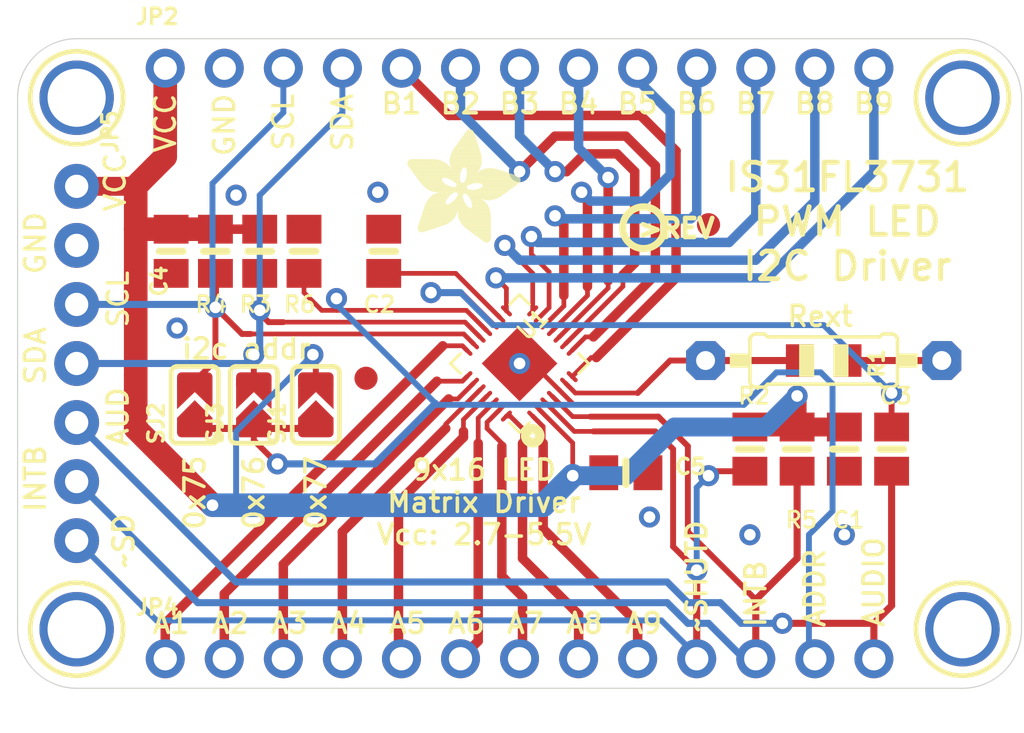
<source format=kicad_pcb>
(kicad_pcb (version 20211014) (generator pcbnew)
  (layers (0 "F.Cu" signal) (31 "B.Cu" signal) (34 "B.Paste" user) (35 "F.Paste" user) (36 "B.SilkS" user "B.Silkscreen") (37 "F.SilkS" user "F.Silkscreen") (38 "B.Mask" user) (39 "F.Mask" user) (44 "Edge.Cuts" user))
  (net 0 "")
  (net 1 "VCC")
  (net 2 "GND")
  (net 3 "N$1")
  (net 4 "N$2")
  (net 5 "N$3")
  (net 6 "AUDIOIN")
  (net 7 "SHUTDOWN")
  (net 8 "SDA")
  (net 9 "SCL")
  (net 10 "INTB")
  (net 11 "ADDR")
  (net 12 "CA9")
  (net 13 "CA8")
  (net 14 "CA7")
  (net 15 "CA6")
  (net 16 "CA5")
  (net 17 "CA4")
  (net 18 "CA3")
  (net 19 "CA2")
  (net 20 "CA1")
  (net 21 "CB9")
  (net 22 "CB8")
  (net 23 "CB7")
  (net 24 "CB6")
  (net 25 "CB5")
  (net 26 "CB4")
  (net 27 "CB3")
  (net 28 "CB2")
  (net 29 "CB1")
  (footprint "Adafruit IS31FL3731 Breakout:0805-NO" (layer "F.Cu") (at 135.4201 100.1776 90)
    (fp_text reference "R4" (at -2.286 0.5715) (layer "F.SilkS") (effects (font (size 0.692831 0.692831) (thickness 0.119969)) (justify right)))
    (fp_text value "20K")
    (pad "1" smd rect (at -0.95 0 90) (size 1.24 1.5) (layers "F.Cu" "F.Paste" "F.Mask") (net 9 "SCL"))
    (pad "2" smd rect (at 0.95 0 90) (size 1.24 1.5) (layers "F.Cu" "F.Paste" "F.Mask") (net 1 "VCC"))
  )
  (footprint "Adafruit IS31FL3731 Breakout:MOUNTINGHOLE_2.5_PLATED" (layer "F.Cu") (at 167.5511 116.4336 180)
    (fp_text reference "U$4" hide)
    (fp_text value "MOUNTINGHOLE2.5" hide)
    (pad "P$1" thru_hole circle (at 0 0 180) (size 3.2 3.2) (drill 2.5) (layers *.Cu *.Mask))
  )
  (footprint "Adafruit IS31FL3731 Breakout:0805-NO" (layer "F.Cu") (at 137.3251 100.1776 90)
    (fp_text reference "R3" (at -2.286 0.5715) (layer "F.SilkS") (effects (font (size 0.692831 0.692831) (thickness 0.119969)) (justify right)))
    (fp_text value "20K")
    (pad "1" smd rect (at -0.95 0 90) (size 1.24 1.5) (layers "F.Cu" "F.Paste" "F.Mask") (net 8 "SDA"))
    (pad "2" smd rect (at 0.95 0 90) (size 1.24 1.5) (layers "F.Cu" "F.Paste" "F.Mask") (net 1 "VCC"))
  )
  (footprint "Adafruit IS31FL3731 Breakout:0805-NO" (layer "F.Cu") (at 160.4391 108.6866 90)
    (fp_text reference "R5" (at -3.048 -0.5715) (layer "F.SilkS") (effects (font (size 0.692831 0.692831) (thickness 0.119969)) (justify left)))
    (fp_text value "20K")
    (pad "1" smd rect (at -0.95 0 90) (size 1.24 1.5) (layers "F.Cu" "F.Paste" "F.Mask") (net 10 "INTB"))
    (pad "2" smd rect (at 0.95 0 90) (size 1.24 1.5) (layers "F.Cu" "F.Paste" "F.Mask") (net 1 "VCC"))
  )
  (footprint "Adafruit IS31FL3731 Breakout:SOLDERJUMPER_ARROW_NOPASTE" (layer "F.Cu") (at 137.0711 106.7816 90)
    (fp_text reference "SJ3" (at -1.778 -1.27 90) (layer "F.SilkS") (effects (font (size 0.666496 0.666496) (thickness 0.146304)) (justify left bottom)))
    (fp_text value "")
    (fp_poly (pts (xy 0.201021 0) (xy -0.560979 0.762) (xy -1.1684 0.762) (xy -1.1684 -0.762) (xy -0.560979 -0.762)) (layer "F.Cu") (width 0) (fill solid))
    (fp_poly (pts (xy 1.1684 0.762) (xy -0.186831 0.762) (xy 0.548892 0) (xy -0.186831 -0.762) (xy 1.1684 -0.762)) (layer "F.Cu") (width 0) (fill solid))
    (pad "1" smd roundrect (at -1.016 0 90) (size 0.762 1.524) (layers "F.Cu") (net 11 "ADDR"))
    (pad "2" smd roundrect (at 1.016 0 90) (size 0.762 1.524) (layers "F.Cu") (net 8 "SDA"))
  )
  (footprint "Adafruit IS31FL3731 Breakout:SOLDERJUMPER_ARROW_NOPASTE" (layer "F.Cu") (at 139.7381 106.7816 90)
    (fp_text reference "SJ1" (at -1.778 -1.27 90) (layer "F.SilkS") (effects (font (size 0.666496 0.666496) (thickness 0.146304)) (justify left bottom)))
    (fp_text value "")
    (fp_poly (pts (xy 0.201021 0) (xy -0.560979 0.762) (xy -1.1684 0.762) (xy -1.1684 -0.762) (xy -0.560979 -0.762)) (layer "F.Cu") (width 0) (fill solid))
    (fp_poly (pts (xy 1.1684 0.762) (xy -0.186831 0.762) (xy 0.548892 0) (xy -0.186831 -0.762) (xy 1.1684 -0.762)) (layer "F.Cu") (width 0) (fill solid))
    (pad "1" smd roundrect (at -1.016 0 90) (size 0.762 1.524) (layers "F.Cu") (net 11 "ADDR"))
    (pad "2" smd roundrect (at 1.016 0 90) (size 0.762 1.524) (layers "F.Cu") (net 1 "VCC"))
  )
  (footprint "Adafruit IS31FL3731 Breakout:FIDUCIAL_1MM" (layer "F.Cu") (at 141.8971 105.6386 180)
    (fp_text reference "FID2" hide)
    (fp_text value "FIDUCIAL\"\"" hide)
    (pad "1" smd roundrect (at 0 0 180) (size 1 1) (layers "F.Cu" "F.Mask") (roundrect_rratio 0.5))
  )
  (footprint "Adafruit IS31FL3731 Breakout:FIDUCIAL_1MM" (layer "F.Cu") (at 156.6291 99.0346 180)
    (fp_text reference "FID1" hide)
    (fp_text value "FIDUCIAL\"\"" hide)
    (pad "1" smd roundrect (at 0 0 180) (size 1 1) (layers "F.Cu" "F.Mask") (roundrect_rratio 0.5))
  )
  (footprint "Adafruit IS31FL3731 Breakout:MOUNTINGHOLE_2.5_PLATED" (layer "F.Cu") (at 129.4511 116.4336 180)
    (fp_text reference "U$3" hide)
    (fp_text value "MOUNTINGHOLE2.5" hide)
    (pad "P$1" thru_hole circle (at 0 0 180) (size 3.2 3.2) (drill 2.5) (layers *.Cu *.Mask))
  )
  (footprint "Adafruit IS31FL3731 Breakout:1X13_ROUND_70" (layer "F.Cu") (at 148.5011 117.7036)
    (fp_text reference "JP4" (at -16.5862 -1.8288) (layer "F.SilkS") (effects (font (size 0.666496 0.666496) (thickness 0.146304)) (justify left bottom)))
    (fp_text value "")
    (pad "1" thru_hole circle (at -15.24 0 90) (size 1.6764 1.6764) (drill 1) (layers *.Cu *.Mask) (net 20 "CA1"))
    (pad "2" thru_hole circle (at -12.7 0 90) (size 1.6764 1.6764) (drill 1) (layers *.Cu *.Mask) (net 19 "CA2"))
    (pad "3" thru_hole circle (at -10.16 0 90) (size 1.6764 1.6764) (drill 1) (layers *.Cu *.Mask) (net 18 "CA3"))
    (pad "4" thru_hole circle (at -7.62 0 90) (size 1.6764 1.6764) (drill 1) (layers *.Cu *.Mask) (net 17 "CA4"))
    (pad "5" thru_hole circle (at -5.08 0 90) (size 1.6764 1.6764) (drill 1) (layers *.Cu *.Mask) (net 16 "CA5"))
    (pad "6" thru_hole circle (at -2.54 0 90) (size 1.6764 1.6764) (drill 1) (layers *.Cu *.Mask) (net 15 "CA6"))
    (pad "7" thru_hole circle (at 0 0 90) (size 1.6764 1.6764) (drill 1) (layers *.Cu *.Mask) (net 14 "CA7"))
    (pad "8" thru_hole circle (at 2.54 0 90) (size 1.6764 1.6764) (drill 1) (layers *.Cu *.Mask) (net 13 "CA8"))
    (pad "9" thru_hole circle (at 5.08 0 90) (size 1.6764 1.6764) (drill 1) (layers *.Cu *.Mask) (net 12 "CA9"))
    (pad "10" thru_hole circle (at 7.62 0 90) (size 1.6764 1.6764) (drill 1) (layers *.Cu *.Mask) (net 7 "SHUTDOWN"))
    (pad "11" thru_hole circle (at 10.16 0 90) (size 1.6764 1.6764) (drill 1) (layers *.Cu *.Mask) (net 10 "INTB"))
    (pad "12" thru_hole circle (at 12.7 0 90) (size 1.6764 1.6764) (drill 1) (layers *.Cu *.Mask) (net 11 "ADDR"))
    (pad "13" thru_hole circle (at 15.24 0 90) (size 1.6764 1.6764) (drill 1) (layers *.Cu *.Mask) (net 6 "AUDIOIN"))
  )
  (footprint "Adafruit IS31FL3731 Breakout:1X07_ROUND_76" (layer "F.Cu") (at 129.4511 105.0036 -90)
    (fp_text reference "JP5" (at -8.9662 -1.8288 -90) (layer "F.SilkS") (effects (font (size 0.666496 0.666496) (thickness 0.146304)) (justify left bottom)))
    (fp_text value "")
    (pad "1" thru_hole circle (at -7.62 0) (size 1.9304 1.9304) (drill 1) (layers *.Cu *.Mask) (net 1 "VCC"))
    (pad "2" thru_hole circle (at -5.08 0) (size 1.9304 1.9304) (drill 1) (layers *.Cu *.Mask) (net 2 "GND"))
    (pad "3" thru_hole circle (at -2.54 0) (size 1.9304 1.9304) (drill 1) (layers *.Cu *.Mask) (net 9 "SCL"))
    (pad "4" thru_hole circle (at 0 0) (size 1.9304 1.9304) (drill 1) (layers *.Cu *.Mask) (net 8 "SDA"))
    (pad "5" thru_hole circle (at 2.54 0) (size 1.9304 1.9304) (drill 1) (layers *.Cu *.Mask) (net 6 "AUDIOIN"))
    (pad "6" thru_hole circle (at 5.08 0) (size 1.9304 1.9304) (drill 1) (layers *.Cu *.Mask) (net 10 "INTB"))
    (pad "7" thru_hole circle (at 7.62 0) (size 1.9304 1.9304) (drill 1) (layers *.Cu *.Mask) (net 7 "SHUTDOWN"))
  )
  (footprint "Adafruit IS31FL3731 Breakout:0805-NO" (layer "F.Cu") (at 142.6591 100.1776 90)
    (fp_text reference "C2" (at -2.286 0.5715) (layer "F.SilkS") (effects (font (size 0.692831 0.692831) (thickness 0.119969)) (justify right)))
    (fp_text value "0.1uF")
    (pad "1" smd rect (at -0.95 0 90) (size 1.24 1.5) (layers "F.Cu" "F.Paste" "F.Mask") (net 3 "N$1"))
    (pad "2" smd rect (at 0.95 0 90) (size 1.24 1.5) (layers "F.Cu" "F.Paste" "F.Mask") (net 2 "GND"))
  )
  (footprint "Adafruit IS31FL3731 Breakout:ADAFRUIT_5MM" (layer "F.Cu") (at 143.6751 99.7966)
    (fp_text reference "U$10" hide)
    (fp_text value "" hide)
  )
  (footprint "Adafruit IS31FL3731 Breakout:0805-THM" (layer "F.Cu") (at 161.5821 104.8766 180)
    (fp_text reference "R1" (at -2.286 0.5715 90) (layer "F.SilkS") (effects (font (size 0.60706 0.60706) (thickness 0.20574)) (justify right)))
    (fp_text value "20K")
    (fp_line (start 1 0) (end 5.1 0) (layer "F.Cu") (width 0.3048))
    (fp_line (start -4.5 0) (end -1.1 0) (layer "F.Cu") (width 0.3048))
    (fp_poly (pts (xy 0.4254 0.7) (xy 1.6254 0.7) (xy 1.6254 -0.7) (xy 0.4254 -0.7)) (layer "F.Cu") (width 0) (fill solid))
    (fp_poly (pts (xy -1.6254 0.7) (xy -0.4254 0.7) (xy -0.4254 -0.7) (xy -1.6254 -0.7)) (layer "F.Cu") (width 0) (fill solid))
    (pad "1" thru_hole roundrect (at -5.08 0 180) (size 1.6764 1.6764) (drill 0.8128) (layers *.Cu *.Mask) (chamfer_ratio 0.25) (chamfer top_left top_right bottom_left bottom_right) (net 2 "GND"))
    (pad "2" thru_hole roundrect (at 5.08 0 180) (size 1.6764 1.6764) (drill 0.8128) (layers *.Cu *.Mask) (chamfer_ratio 0.25) (chamfer top_left top_right bottom_left bottom_right) (net 4 "N$2"))
  )
  (footprint "Adafruit IS31FL3731 Breakout:0805-NO" (layer "F.Cu") (at 162.4711 108.6866 -90)
    (fp_text reference "C1" (at 3.048 0.5715) (layer "F.SilkS") (effects (font (size 0.692831 0.692831) (thickness 0.119969)) (justify left)))
    (fp_text value "10uF")
    (pad "1" smd rect (at -0.95 0 270) (size 1.24 1.5) (layers "F.Cu" "F.Paste" "F.Mask") (net 1 "VCC"))
    (pad "2" smd rect (at 0.95 0 270) (size 1.24 1.5) (layers "F.Cu" "F.Paste" "F.Mask") (net 2 "GND"))
  )
  (footprint "Adafruit IS31FL3731 Breakout:0805-NO" (layer "F.Cu") (at 158.4071 108.6866 -90)
    (fp_text reference "R2" (at -2.286 0.5715) (layer "F.SilkS") (effects (font (size 0.692831 0.692831) (thickness 0.119969)) (justify left)))
    (fp_text value "20K")
    (pad "1" smd rect (at -0.95 0 270) (size 1.24 1.5) (layers "F.Cu" "F.Paste" "F.Mask") (net 1 "VCC"))
    (pad "2" smd rect (at 0.95 0 270) (size 1.24 1.5) (layers "F.Cu" "F.Paste" "F.Mask") (net 7 "SHUTDOWN"))
  )
  (footprint "Adafruit IS31FL3731 Breakout:0805-NO" (layer "F.Cu") (at 153.0731 109.7026)
    (fp_text reference "C5" (at 2.032 0.127) (layer "F.SilkS") (effects (font (size 0.666496 0.666496) (thickness 0.146304)) (justify left bottom)))
    (fp_text value "0.1uF")
    (pad "1" smd rect (at -0.95 0) (size 1.24 1.5) (layers "F.Cu" "F.Paste" "F.Mask") (net 1 "VCC"))
    (pad "2" smd rect (at 0.95 0) (size 1.24 1.5) (layers "F.Cu" "F.Paste" "F.Mask") (net 2 "GND"))
  )
  (footprint "Adafruit IS31FL3731 Breakout:QFN28_4MM_0.4MM" (layer "F.Cu") (at 148.5011 105.0036 135)
    (fp_text reference "U1" (at 0.782239 0.818345 -135) (layer "F.SilkS") (effects (font (size 0.692831 0.692831) (thickness 0.119969)) (justify left)))
    (fp_text value "IS31FL3731-SALS2")
    (pad "1" smd roundrect (at -2 -1.2 225) (size 0.18 0.6) (layers "F.Cu" "F.Paste" "F.Mask") (roundrect_rratio 0.5) (net 12 "CA9"))
    (pad "2" smd roundrect (at -2 -0.8 225) (size 0.18 0.6) (layers "F.Cu" "F.Paste" "F.Mask") (roundrect_rratio 0.5) (net 1 "VCC"))
    (pad "3" smd roundrect (at -2 -0.4 225) (size 0.18 0.6) (layers "F.Cu" "F.Paste" "F.Mask") (roundrect_rratio 0.5) (net 7 "SHUTDOWN"))
    (pad "4" smd roundrect (at -2 0 225) (size 0.18 0.6) (layers "F.Cu" "F.Paste" "F.Mask") (roundrect_rratio 0.5) (net 10 "INTB"))
    (pad "5" smd roundrect (at -2 0.4 225) (size 0.18 0.6) (layers "F.Cu" "F.Paste" "F.Mask") (roundrect_rratio 0.5) (net 2 "GND"))
    (pad "6" smd roundrect (at -2 0.8 225) (size 0.18 0.6) (layers "F.Cu" "F.Paste" "F.Mask") (roundrect_rratio 0.5) (net 4 "N$2"))
    (pad "7" smd roundrect (at -2 1.2 225) (size 0.18 0.6) (layers "F.Cu" "F.Paste" "F.Mask") (roundrect_rratio 0.5) (net 29 "CB1"))
    (pad "8" smd roundrect (at -1.2 2 315) (size 0.18 0.6) (layers "F.Cu" "F.Paste" "F.Mask") (roundrect_rratio 0.5) (net 28 "CB2"))
    (pad "9" smd roundrect (at -0.8 2 315) (size 0.18 0.6) (layers "F.Cu" "F.Paste" "F.Mask") (roundrect_rratio 0.5) (net 27 "CB3"))
    (pad "10" smd roundrect (at -0.4 2 315) (size 0.18 0.6) (layers "F.Cu" "F.Paste" "F.Mask") (roundrect_rratio 0.5) (net 26 "CB4"))
    (pad "11" smd roundrect (at 0 2 315) (size 0.18 0.6) (layers "F.Cu" "F.Paste" "F.Mask") (roundrect_rratio 0.5) (net 25 "CB5"))
    (pad "12" smd roundrect (at 0.4 2 315) (size 0.18 0.6) (layers "F.Cu" "F.Paste" "F.Mask") (roundrect_rratio 0.5) (net 24 "CB6"))
    (pad "13" smd roundrect (at 0.8 2 315) (size 0.18 0.6) (layers "F.Cu" "F.Paste" "F.Mask") (roundrect_rratio 0.5) (net 23 "CB7"))
    (pad "14" smd roundrect (at 1.2 2 315) (size 0.18 0.6) (layers "F.Cu" "F.Paste" "F.Mask") (roundrect_rratio 0.5) (net 22 "CB8"))
    (pad "15" smd roundrect (at 2 1.2 45) (size 0.18 0.6) (layers "F.Cu" "F.Paste" "F.Mask") (roundrect_rratio 0.5) (net 21 "CB9"))
    (pad "16" smd roundrect (at 2 0.8 45) (size 0.18 0.6) (layers "F.Cu" "F.Paste" "F.Mask") (roundrect_rratio 0.5) (net 3 "N$1"))
    (pad "17" smd roundrect (at 2 0.4 45) (size 0.18 0.6) (layers "F.Cu" "F.Paste" "F.Mask") (roundrect_rratio 0.5) (net 5 "N$3"))
    (pad "18" smd roundrect (at 2 0 45) (size 0.18 0.6) (layers "F.Cu" "F.Paste" "F.Mask") (roundrect_rratio 0.5) (net 11 "ADDR"))
    (pad "19" smd roundrect (at 2 -0.4 45) (size 0.18 0.6) (layers "F.Cu" "F.Paste" "F.Mask") (roundrect_rratio 0.5) (net 8 "SDA"))
    (pad "20" smd roundrect (at 2 -0.8 45) (size 0.18 0.6) (layers "F.Cu" "F.Paste" "F.Mask") (roundrect_rratio 0.5) (net 9 "SCL"))
    (pad "21" smd roundrect (at 2 -1.2 45) (size 0.18 0.6) (layers "F.Cu" "F.Paste" "F.Mask") (roundrect_rratio 0.5) (net 20 "CA1"))
    (pad "22" smd roundrect (at 1.2 -2 135) (size 0.18 0.6) (layers "F.Cu" "F.Paste" "F.Mask") (roundrect_rratio 0.5) (net 19 "CA2"))
    (pad "23" smd roundrect (at 0.8 -2 135) (size 0.18 0.6) (layers "F.Cu" "F.Paste" "F.Mask") (roundrect_rratio 0.5) (net 18 "CA3"))
    (pad "24" smd roundrect (at 0.4 -2 135) (size 0.18 0.6) (layers "F.Cu" "F.Paste" "F.Mask") (roundrect_rratio 0.5) (net 17 "CA4"))
    (pad "25" smd roundrect (at 0 -2 135) (size 0.18 0.6) (layers "F.Cu" "F.Paste" "F.Mask") (roundrect_rratio 0.5) (net 16 "CA5"))
    (pad "26" smd roundrect (at -0.4 -2 135) (size 0.18 0.6) (layers "F.Cu" "F.Paste" "F.Mask") (roundrect_rratio 0.5) (net 15 "CA6"))
    (pad "27" smd roundrect (at -0.8 -2 135) (size 0.18 0.6) (layers "F.Cu" "F.Paste" "F.Mask") (roundrect_rratio 0.5) (net 14 "CA7"))
    (pad "28" smd roundrect (at -1.2 -2 135) (size 0.18 0.6) (layers "F.Cu" "F.Paste" "F.Mask") (roundrect_rratio 0.5) (net 13 "CA8"))
    (pad "THERMAL" smd rect (at 0 0 135) (size 2.3 2.3) (layers "F.Cu" "F.Mask") (net 2 "GND"))
  )
  (footprint "Adafruit IS31FL3731 Breakout:MOUNTINGHOLE_2.5_PLATED" (layer "F.Cu") (at 129.4511 93.5736 180)
    (fp_text reference "U$5" hide)
    (fp_text value "MOUNTINGHOLE2.5" hide)
    (pad "P$1" thru_hole circle (at 0 0 180) (size 3.2 3.2) (drill 2.5) (layers *.Cu *.Mask))
  )
  (footprint "Adafruit IS31FL3731 Breakout:0805-NO" (layer "F.Cu") (at 164.5031 108.6866 -90)
    (fp_text reference "C3" (at -2.286 0.5715) (layer "F.SilkS") (effects (font (size 0.692831 0.692831) (thickness 0.119969)) (justify left)))
    (fp_text value "0.22uF")
    (pad "1" smd rect (at -0.95 0 270) (size 1.24 1.5) (layers "F.Cu" "F.Paste" "F.Mask") (net 5 "N$3"))
    (pad "2" smd rect (at 0.95 0 270) (size 1.24 1.5) (layers "F.Cu" "F.Paste" "F.Mask") (net 6 "AUDIOIN"))
  )
  (footprint "Adafruit IS31FL3731 Breakout:MOUNTINGHOLE_2.5_PLATED" (layer "F.Cu") (at 167.5511 93.5736 180)
    (fp_text reference "U$6" hide)
    (fp_text value "MOUNTINGHOLE2.5" hide)
    (pad "P$1" thru_hole circle (at 0 0 180) (size 3.2 3.2) (drill 2.5) (layers *.Cu *.Mask))
  )
  (footprint "Adafruit IS31FL3731 Breakout:1X13_ROUND_70" (layer "F.Cu") (at 148.5011 92.3036)
    (fp_text reference "JP2" (at -16.5862 -1.8288) (layer "F.SilkS") (effects (font (size 0.666496 0.666496) (thickness 0.146304)) (justify left bottom)))
    (fp_text value "")
    (pad "1" thru_hole circle (at -15.24 0 90) (size 1.6764 1.6764) (drill 1) (layers *.Cu *.Mask) (net 1 "VCC"))
    (pad "2" thru_hole circle (at -12.7 0 90) (size 1.6764 1.6764) (drill 1) (layers *.Cu *.Mask) (net 2 "GND"))
    (pad "3" thru_hole circle (at -10.16 0 90) (size 1.6764 1.6764) (drill 1) (layers *.Cu *.Mask) (net 9 "SCL"))
    (pad "4" thru_hole circle (at -7.62 0 90) (size 1.6764 1.6764) (drill 1) (layers *.Cu *.Mask) (net 8 "SDA"))
    (pad "5" thru_hole circle (at -5.08 0 90) (size 1.6764 1.6764) (drill 1) (layers *.Cu *.Mask) (net 29 "CB1"))
    (pad "6" thru_hole circle (at -2.54 0 90) (size 1.6764 1.6764) (drill 1) (layers *.Cu *.Mask) (net 28 "CB2"))
    (pad "7" thru_hole circle (at 0 0 90) (size 1.6764 1.6764) (drill 1) (layers *.Cu *.Mask) (net 27 "CB3"))
    (pad "8" thru_hole circle (at 2.54 0 90) (size 1.6764 1.6764) (drill 1) (layers *.Cu *.Mask) (net 26 "CB4"))
    (pad "9" thru_hole circle (at 5.08 0 90) (size 1.6764 1.6764) (drill 1) (layers *.Cu *.Mask) (net 25 "CB5"))
    (pad "10" thru_hole circle (at 7.62 0 90) (size 1.6764 1.6764) (drill 1) (layers *.Cu *.Mask) (net 24 "CB6"))
    (pad "11" thru_hole circle (at 10.16 0 90) (size 1.6764 1.6764) (drill 1) (layers *.Cu *.Mask) (net 23 "CB7"))
    (pad "12" thru_hole circle (at 12.7 0 90) (size 1.6764 1.6764) (drill 1) (layers *.Cu *.Mask) (net 22 "CB8"))
    (pad "13" thru_hole circle (at 15.24 0 90) (size 1.6764 1.6764) (drill 1) (layers *.Cu *.Mask) (net 21 "CB9"))
  )
  (footprint "Adafruit IS31FL3731 Breakout:0805-NO" (layer "F.Cu") (at 139.2301 100.1776 -90)
    (fp_text reference "R6" (at 2.286 -0.5715) (layer "F.SilkS") (effects (font (size 0.692831 0.692831) (thickness 0.119969)) (justify right)))
    (fp_text value "20K")
    (pad "1" smd rect (at -0.95 0 270) (size 1.24 1.5) (layers "F.Cu" "F.Paste" "F.Mask") (net 2 "GND"))
    (pad "2" smd rect (at 0.95 0 270) (size 1.24 1.5) (layers "F.Cu" "F.Paste" "F.Mask") (net 11 "ADDR"))
  )
  (footprint "Adafruit IS31FL3731 Breakout:0805-NO" (layer "F.Cu") (at 133.5151 100.1776 -90)
    (fp_text reference "C4" (at 2.032 0.127 -90) (layer "F.SilkS") (effects (font (size 0.666496 0.666496) (thickness 0.146304)) (justify left bottom)))
    (fp_text value "10uF")
    (pad "1" smd rect (at -0.95 0 270) (size 1.24 1.5) (layers "F.Cu" "F.Paste" "F.Mask") (net 1 "VCC"))
    (pad "2" smd rect (at 0.95 0 270) (size 1.24 1.5) (layers "F.Cu" "F.Paste" "F.Mask") (net 2 "GND"))
  )
  (footprint "Adafruit IS31FL3731 Breakout:SOLDERJUMPER_ARROW_NOPASTE" (layer "F.Cu") (at 134.5311 106.7816 90)
    (fp_text reference "SJ2" (at -1.778 -1.27 90) (layer "F.SilkS") (effects (font (size 0.666496 0.666496) (thickness 0.146304)) (justify left bottom)))
    (fp_text value "")
    (fp_poly (pts (xy 1.1684 0.762) (xy -0.186831 0.762) (xy 0.548892 0) (xy -0.186831 -0.762) (xy 1.1684 -0.762)) (layer "F.Cu") (width 0) (fill solid))
    (fp_poly (pts (xy 0.201021 0) (xy -0.560979 0.762) (xy -1.1684 0.762) (xy -1.1684 -0.762) (xy -0.560979 -0.762)) (layer "F.Cu") (width 0) (fill solid))
    (pad "1" smd roundrect (at -1.016 0 90) (size 0.762 1.524) (layers "F.Cu") (net 11 "ADDR"))
    (pad "2" smd roundrect (at 1.016 0 90) (size 0.762 1.524) (layers "F.Cu") (net 9 "SCL"))
  )
  (footprint "Adafruit IS31FL3731 Breakout:PCBFEAT-REV-040" (layer "F.Cu") (at 153.8351 99.1616)
    (fp_text reference "U$11" hide)
    (fp_text value "" hide)
    (fp_text user ">REV" (at -0.3556 0.508) (layer "F.SilkS") (effects (font (size 0.8128 0.8128) (thickness 0.2032)) (justify left bottom)))
  )
  (gr_arc (start 126.9111 93.5736) (mid 127.655049 91.777549) (end 129.4511 91.0336) (layer "Edge.Cuts") (width 0.05))
  (gr_line (start 126.9111 116.4336) (end 126.9111 93.5736) (layer "Edge.Cuts") (width 0.05))
  (gr_line (start 167.5511 118.9736) (end 129.4511 118.9736) (layer "Edge.Cuts") (width 0.05))
  (gr_arc (start 167.5511 91.0336) (mid 169.347151 91.777549) (end 170.0911 93.5736) (layer "Edge.Cuts") (width 0.05))
  (gr_line (start 170.0911 93.5736) (end 170.0911 116.4336) (layer "Edge.Cuts") (width 0.05))
  (gr_arc (start 170.0911 116.4336) (mid 169.347151 118.229651) (end 167.5511 118.9736) (layer "Edge.Cuts") (width 0.05))
  (gr_arc (start 129.4511 118.9736) (mid 127.655049 118.229651) (end 126.9111 116.4336) (layer "Edge.Cuts") (width 0.05))
  (gr_line (start 129.4511 91.0336) (end 167.5511 91.0336) (layer "Edge.Cuts") (width 0.05))
  (gr_text "A4" (at 141.1351 116.1796) (layer "F.SilkS") (effects (font (size 0.8636 0.8636) (thickness 0.1524))))
  (gr_text "VCC" (at 130.5941 95.8596 90) (layer "F.SilkS") (effects (font (size 0.87376 0.87376) (thickness 0.14224)) (justify right top)))
  (gr_text "A7" (at 148.7551 116.1796) (layer "F.SilkS") (effects (font (size 0.8636 0.8636) (thickness 0.1524))))
  (gr_text "GND" (at 135.2931 93.3196 90) (layer "F.SilkS") (effects (font (size 0.87376 0.87376) (thickness 0.14224)) (justify right top)))
  (gr_text "B1" (at 143.4211 93.8276) (layer "F.SilkS") (effects (font (size 0.8636 0.8636) (thickness 0.1524))))
  (gr_text "B7" (at 158.6611 93.8276) (layer "F.SilkS") (effects (font (size 0.8636 0.8636) (thickness 0.1524))))
  (gr_text "9x16 LED\nMatrix Driver\nVcc: 2.7-5.5V" (at 146.9771 110.9726) (layer "F.SilkS") (effects (font (size 0.8636 0.8636) (thickness 0.1524))))
  (gr_text "A2" (at 136.0551 116.1796) (layer "F.SilkS") (effects (font (size 0.8636 0.8636) (thickness 0.1524))))
  (gr_text "~SHUTD" (at 156.1211 114.1476 90) (layer "F.SilkS") (effects (font (size 0.8636 0.8636) (thickness 0.1524))))
  (gr_text "A3" (at 138.5951 116.1796) (layer "F.SilkS") (effects (font (size 0.8636 0.8636) (thickness 0.1524))))
  (gr_text "GND" (at 127.1651 98.3996 90) (layer "F.SilkS") (effects (font (size 0.87376 0.87376) (thickness 0.14224)) (justify right top)))
  (gr_text "B4" (at 151.0411 93.8276) (layer "F.SilkS") (effects (font (size 0.8636 0.8636) (thickness 0.1524))))
  (gr_text "AUDIO" (at 163.7411 114.4016 90) (layer "F.SilkS") (effects (font (size 0.8636 0.8636) (thickness 0.1524))))
  (gr_text "i2c addr" (at 133.8961 104.8766) (layer "F.SilkS") (effects (font (size 0.8636 0.8636) (thickness 0.1524)) (justify left bottom)))
  (gr_text "Rext" (at 159.9311 103.4796) (layer "F.SilkS") (effects (font (size 0.8636 0.8636) (thickness 0.1524)) (justify left bottom)))
  (gr_text "A9" (at 153.8351 116.1796) (layer "F.SilkS") (effects (font (size 0.8636 0.8636) (thickness 0.1524))))
  (gr_text "B3" (at 148.5011 93.8276) (layer "F.SilkS") (effects (font (size 0.8636 0.8636) (thickness 0.1524))))
  (gr_text "0x75" (at 135.0391 112.2426 90) (layer "F.SilkS") (effects (font (size 0.8636 0.8636) (thickness 0.1524)) (justify left bottom)))
  (gr_text "AUD" (at 131.2291 107.2896 90) (layer "F.SilkS") (effects (font (size 0.8636 0.8636) (thickness 0.1524))))
  (gr_text "A6" (at 146.2151 116.1796) (layer "F.SilkS") (effects (font (size 0.8636 0.8636) (thickness 0.1524))))
  (gr_text "B2" (at 145.9611 93.8276) (layer "F.SilkS") (effects (font (size 0.8636 0.8636) (thickness 0.1524))))
  (gr_text "B8" (at 161.2011 93.8276) (layer "F.SilkS") (effects (font (size 0.8636 0.8636) (thickness 0.1524))))
  (gr_text "B6" (at 156.1211 93.8276) (layer "F.SilkS") (effects (font (size 0.8636 0.8636) (thickness 0.1524))))
  (gr_text "~SD" (at 131.4831 112.6236 90) (layer "F.SilkS") (effects (font (size 0.8636 0.8636) (thickness 0.1524))))
  (gr_text "VCC" (at 132.7531 93.3196 90) (layer "F.SilkS") (effects (font (size 0.87376 0.87376) (thickness 0.14224)) (justify right top)))
  (gr_text "SCL" (at 130.7211 100.9396 90) (layer "F.SilkS") (effects (font (size 0.87376 0.87376) (thickness 0.14224)) (justify right top)))
  (gr_text "ADDR" (at 161.2011 114.6556 90) (layer "F.SilkS") (effects (font (size 0.8636 0.8636) (thickness 0.1524))))
  (gr_text "INTB" (at 158.6611 114.9096 90) (layer "F.SilkS") (effects (font (size 0.8636 0.8636) (thickness 0.1524))))
  (gr_text "SDA" (at 140.3731 93.3196 90) (layer "F.SilkS") (effects (font (size 0.87376 0.87376) (thickness 0.14224)) (justify right top)))
  (gr_text "0x77" (at 140.2461 112.2426 90) (layer "F.SilkS") (effects (font (size 0.8636 0.8636) (thickness 0.1524)) (justify left bottom)))
  (gr_text "0x76" (at 137.5791 112.2426 90) (layer "F.SilkS") (effects (font (size 0.8636 0.8636) (thickness 0.1524)) (justify left bottom)))
  (gr_text "A5" (at 143.6751 116.1796) (layer "F.SilkS") (effects (font (size 0.8636 0.8636) (thickness 0.1524))))
  (gr_text "A8" (at 151.2951 116.1796) (layer "F.SilkS") (effects (font (size 0.8636 0.8636) (thickness 0.1524))))
  (gr_text "SDA" (at 127.1651 103.3526 90) (layer "F.SilkS") (effects (font (size 0.87376 0.87376) (thickness 0.14224)) (justify right top)))
  (gr_text "INTB" (at 127.6731 109.9566 90) (layer "F.SilkS") (effects (font (size 0.8636 0.8636) (thickness 0.1524))))
  (gr_text "B5" (at 153.5811 93.8276) (layer "F.SilkS") (effects (font (size 0.8636 0.8636) (thickness 0.1524))))
  (gr_text "IS31FL3731\nPWM LED\nI2C Driver" (at 162.5981 98.9076) (layer "F.SilkS") (effects (font (size 1.18745 1.18745) (thickness 0.20955))))
  (gr_text "B9" (at 163.7411 93.8276) (layer "F.SilkS") (effects (font (size 0.8636 0.8636) (thickness 0.1524))))
  (gr_text "A1" (at 133.5151 116.1796) (layer "F.SilkS") (effects (font (size 0.8636 0.8636) (thickness 0.1524))))
  (gr_text "SCL" (at 137.8331 93.3196 90) (layer "F.SilkS") (effects (font (size 0.87376 0.87376) (thickness 0.14224)) (justify right top)))
  (segment (start 149.349628 106.9835) (end 150.7871 108.420972) (width 0.2032) (layer "F.Cu") (net 1))
  (segment (start 151.9961 109.8296) (end 150.7871 109.8296) (width 0.4064) (layer "F.Cu") (net 1))
  (segment (start 129.4511 97.3836) (end 131.8641 97.3836) (width 0.8128) (layer "F.Cu") (net 1))
  (segment (start 139.7381 104.7496) (end 139.6111 104.6226) (width 0.254) (layer "F.Cu") (net 1))
  (segment (start 160.4391 107.7366) (end 158.4071 107.7366) (width 0.8128) (layer "F.Cu") (net 1))
  (segment (start 131.9911 107.7976) (end 131.9911 105.5116) (width 1.016) (layer "F.Cu") (net 1))
  (segment (start 133.5151 99.2276) (end 131.9911 99.2276) (width 1.016) (layer "F.Cu") (net 1))
  (segment (start 152.1231 109.7026) (end 151.9961 109.8296) (width 0.254) (layer "F.Cu") (net 1))
  (segment (start 131.9911 97.5106) (end 131.9911 97.3836) (width 1.016) (layer "F.Cu") (net 1))
  (segment (start 160.4391 106.4006) (end 160.4391 107.7366) (width 0.8128) (layer "F.Cu") (net 1))
  (segment (start 132.2451 105.7656) (end 131.9911 105.5116) (width 0.3048) (layer "F.Cu") (net 1))
  (segment (start 135.4201 99.2276) (end 133.5151 99.2276) (width 1.016) (layer "F.Cu") (net 1))
  (segment (start 131.9911 107.7976) (end 135.2931 111.0996) (width 1.016) (layer "F.Cu") (net 1))
  (segment (start 131.9911 105.5116) (end 131.9911 99.2276) (width 1.016) (layer "F.Cu") (net 1))
  (segment (start 132.2476 97.1931) (end 132.1816 97.1931) (width 0.8128) (layer "F.Cu") (net 1))
  (segment (start 131.9911 97.3836) (end 132.1816 97.1931) (width 1.016) (layer "F.Cu") (net 1))
  (segment (start 132.1816 97.1931) (end 133.2611 96.1136) (width 1.016) (layer "F.Cu") (net 1))
  (segment (start 150.7871 108.420972) (end 150.7871 109.8296) (width 0.2032) (layer "F.Cu") (net 1))
  (segment (start 131.9911 99.2276) (end 131.9911 97.5106) (width 1.016) (layer "F.Cu") (net 1))
  (segment (start 131.8641 97.3836) (end 131.9911 97.5106) (width 0.8128) (layer "F.Cu") (net 1))
  (segment (start 135.4201 99.2276) (end 137.3251 99.2276) (width 0.4064) (layer "F.Cu") (net 1))
  (segment (start 133.2611 96.1136) (end 133.2611 92.3036) (width 1.016) (layer "F.Cu") (net 1))
  (segment (start 162.4711 107.7366) (end 160.4391 107.7366) (width 0.8128) (layer "F.Cu") (net 1))
  (segment (start 139.7381 105.7656) (end 139.7381 104.7496) (width 0.254) (layer "F.Cu") (net 1))
  (via (at 135.2931 111.0996) (size 0.9064) (drill 0.5) (layers "F.Cu" "B.Cu") (net 1))
  (via (at 160.4391 106.4006) (size 0.9064) (drill 0.5) (layers "F.Cu" "B.Cu") (net 1))
  (via (at 139.6111 104.6226) (size 0.9064) (drill 0.5) (layers "F.Cu" "B.Cu") (net 1))
  (via (at 150.7871 109.8296) (size 0.9064) (drill 0.5) (layers "F.Cu" "B.Cu") (net 1))
  (segment (start 153.0731 109.8296) (end 155.1661 107.7366) (width 0.8128) (layer "B.Cu") (net 1))
  (segment (start 135.2931 111.0996) (end 136.3091 111.0996) (width 1.016) (layer "B.Cu") (net 1))
  (segment (start 149.5171 111.0996) (end 150.7871 109.8296) (width 1.016) (layer "B.Cu") (net 1))
  (segment (start 155.1661 107.7366) (end 159.1031 107.7366) (width 0.8128) (layer "B.Cu") (net 1))
  (segment (start 136.3091 107.9246) (end 136.3091 111.0996) (width 0.254) (layer "B.Cu") (net 1))
  (segment (start 139.6111 104.6226) (end 136.3091 107.9246) (width 0.254) (layer "B.Cu") (net 1))
  (segment (start 159.1031 107.7366) (end 160.4391 106.4006) (width 0.8128) (layer "B.Cu") (net 1))
  (segment (start 136.3091 111.0996) (end 149.5171 111.0996) (width 1.016) (layer "B.Cu") (net 1))
  (segment (start 150.7871 109.8296) (end 153.0731 109.8296) (width 0.8128) (layer "B.Cu") (net 1))
  (segment (start 150.844784 106.7816) (end 151.0411 106.7816) (width 0.2032) (layer "F.Cu") (net 2))
  (segment (start 149.066784 105.0036) (end 148.5011 105.0036) (width 0.2032) (layer "F.Cu") (net 2))
  (segment (start 150.198156 106.134972) (end 149.066784 105.0036) (width 0.2032) (layer "F.Cu") (net 2))
  (segment (start 150.198156 106.134972) (end 150.844784 106.7816) (width 0.2032) (layer "F.Cu") (net 2))
  (via (at 148.5011 105.0036) (size 0.9064) (drill 0.5) (layers "F.Cu" "B.Cu") (net 2))
  (via (at 136.3091 97.7646) (size 0.9064) (drill 0.5) (layers "F.Cu" "B.Cu") (net 2))
  (via (at 142.4051 97.6376) (size 0.9064) (drill 0.5) (layers "F.Cu" "B.Cu") (net 2))
  (via (at 133.7691 103.4796) (size 0.9064) (drill 0.5) (layers "F.Cu" "B.Cu") (net 2))
  (via (at 162.4711 112.3696) (size 0.9064) (drill 0.5) (layers "F.Cu" "B.Cu") (net 2))
  (via (at 158.4071 112.3696) (size 0.9064) (drill 0.5) (layers "F.Cu" "B.Cu") (net 2))
  (via (at 154.0891 111.6076) (size 0.9064) (drill 0.5) (layers "F.Cu" "B.Cu") (net 2))
  (segment (start 147.652568 103.023704) (end 145.756465 101.1276) (width 0.2032) (layer "F.Cu") (net 3))
  (segment (start 145.756465 101.1276) (end 142.6591 101.1276) (width 0.2032) (layer "F.Cu") (net 3))
  (segment (start 154.9781 104.8766) (end 156.5021 104.8766) (width 0.254) (layer "F.Cu") (net 4))
  (segment (start 150.480996 105.852132) (end 150.902465 106.2736) (width 0.2032) (layer "F.Cu") (net 4))
  (segment (start 154.9781 104.8766) (end 153.5811 106.2736) (width 0.254) (layer "F.Cu") (net 4))
  (segment (start 153.5811 106.2736) (end 150.902465 106.2736) (width 0.2032) (layer "F.Cu") (net 4))
  (segment (start 164.5031 106.2736) (end 164.5031 107.7366) (width 0.254) (layer "F.Cu") (net 5))
  (segment (start 146.018784 101.9556) (end 147.369728 103.306544) (width 0.2032) (layer "F.Cu") (net 5))
  (segment (start 144.6911 101.9556) (end 146.018784 101.9556) (width 0.2032) (layer "F.Cu") (net 5))
  (via (at 164.5031 106.2736) (size 0.9064) (drill 0.5) (layers "F.Cu" "B.Cu") (net 5))
  (via (at 144.6911 101.9556) (size 0.9064) (drill 0.5) (layers "F.Cu" "B.Cu") (net 5))
  (segment (start 161.5821 103.3526) (end 164.5031 106.2736) (width 0.254) (layer "B.Cu") (net 5))
  (segment (start 147.3581 103.3526) (end 161.5821 103.3526) (width 0.254) (layer "B.Cu") (net 5))
  (segment (start 145.9611 101.9556) (end 144.6911 101.9556) (width 0.3048) (layer "B.Cu") (net 5))
  (segment (start 145.9611 101.9556) (end 147.3581 103.3526) (width 0.254) (layer "B.Cu") (net 5))
  (segment (start 164.5031 115.4176) (end 164.5031 109.6366) (width 0.3048) (layer "F.Cu") (net 6))
  (segment (start 163.7411 116.1796) (end 163.7411 117.7036) (width 0.3048) (layer "F.Cu") (net 6))
  (segment (start 159.8041 116.1796) (end 163.7411 116.1796) (width 0.3048) (layer "F.Cu") (net 6))
  (segment (start 163.7411 116.1796) (end 164.5031 115.4176) (width 0.3048) (layer "F.Cu") (net 6))
  (via (at 159.8041 116.1796) (size 0.9064) (drill 0.5) (layers "F.Cu" "B.Cu") (net 6))
  (segment (start 157.1371 115.2906) (end 158.0261 116.1796) (width 0.3048) (layer "B.Cu") (net 6))
  (segment (start 158.0261 116.1796) (end 159.8041 116.1796) (width 0.3048) (layer "B.Cu") (net 6))
  (segment (start 155.7401 115.2906) (end 157.1371 115.2906) (width 0.3048) (layer "B.Cu") (net 6))
  (segment (start 154.8511 114.4016) (end 155.7401 115.2906) (width 0.3048) (layer "B.Cu") (net 6))
  (segment (start 136.3091 114.4016) (end 154.8511 114.4016) (width 0.3048) (layer "B.Cu") (net 6))
  (segment (start 129.4511 107.5436) (end 136.3091 114.4016) (width 0.3048) (layer "B.Cu") (net 6))
  (segment (start 155.1051 112.8776) (end 156.1211 113.8936) (width 0.254) (layer "F.Cu") (net 7))
  (segment (start 154.3431 107.9246) (end 155.1051 108.6866) (width 0.254) (layer "F.Cu") (net 7))
  (segment (start 150.856409 107.9246) (end 151.6761 107.9246) (width 0.2032) (layer "F.Cu") (net 7))
  (segment (start 158.4071 109.6366) (end 156.8221 109.6366) (width 0.254) (layer "F.Cu") (net 7))
  (segment (start 155.1051 108.6866) (end 155.1051 112.8776) (width 0.254) (layer "F.Cu") (net 7))
  (segment (start 151.6761 107.9246) (end 154.3431 107.9246) (width 0.254) (layer "F.Cu") (net 7))
  (segment (start 156.1211 117.7036) (end 156.1211 113.8936) (width 0.3048) (layer "F.Cu") (net 7))
  (segment (start 156.8221 109.6366) (end 156.6291 109.8296) (width 0.254) (layer "F.Cu") (net 7))
  (segment (start 149.632468 106.70066) (end 150.856409 107.9246) (width 0.2032) (layer "F.Cu") (net 7))
  (via (at 156.6291 109.8296) (size 0.9064) (drill 0.5) (layers "F.Cu" "B.Cu") (net 7))
  (via (at 156.1211 113.8936) (size 0.9064) (drill 0.5) (layers "F.Cu" "B.Cu") (net 7))
  (segment (start 154.5971 116.0526) (end 156.1211 117.5766) (width 0.254) (layer "B.Cu") (net 7))
  (segment (start 132.8801 116.0526) (end 154.5971 116.0526) (width 0.254) (layer "B.Cu") (net 7))
  (segment (start 156.6291 109.8296) (end 156.1211 110.3376) (width 0.254) (layer "B.Cu") (net 7))
  (segment (start 156.1211 110.3376) (end 156.1211 113.8936) (width 0.254) (layer "B.Cu") (net 7))
  (segment (start 156.1211 117.5766) (end 156.1211 117.7036) (width 0.254) (layer "B.Cu") (net 7))
  (segment (start 129.4511 112.6236) (end 132.8801 116.0526) (width 0.254) (layer "B.Cu") (net 7))
  (segment (start 146.80404 103.872232) (end 146.157409 103.2256) (width 0.2032) (layer "F.Cu") (net 8))
  (segment (start 137.3251 102.8446) (end 137.3251 102.7176) (width 0.254) (layer "F.Cu") (net 8))
  (segment (start 138.3411 103.2256) (end 137.7061 103.2256) (width 0.254) (layer "F.Cu") (net 8))
  (segment (start 137.0711 105.7656) (end 137.0711 104.6226) (width 0.254) (layer "F.Cu") (net 8))
  (segment (start 146.157409 103.2256) (end 138.3411 103.2256) (width 0.2032) (layer "F.Cu") (net 8))
  (segment (start 137.7061 103.2256) (end 137.3251 102.8446) (width 0.254) (layer "F.Cu") (net 8))
  (segment (start 137.3251 101.1276) (end 137.3251 102.7176) (width 0.254) (layer "F.Cu") (net 8))
  (via (at 137.3251 102.7176) (size 0.9064) (drill 0.5) (layers "F.Cu" "B.Cu") (net 8))
  (via (at 137.0711 104.6226) (size 0.9064) (drill 0.5) (layers "F.Cu" "B.Cu") (net 8))
  (segment (start 140.8811 92.3036) (end 140.8811 94.2086) (width 0.254) (layer "B.Cu") (net 8))
  (segment (start 140.8811 94.2086) (end 137.3251 97.7646) (width 0.254) (layer "B.Cu") (net 8))
  (segment (start 129.4511 105.0036) (end 136.6901 105.0036) (width 0.3048) (layer "B.Cu") (net 8))
  (segment (start 137.3251 97.7646) (end 137.3251 102.7176) (width 0.254) (layer "B.Cu") (net 8))
  (segment (start 137.3251 104.3686) (end 137.3251 102.7176) (width 0.3048) (layer "B.Cu") (net 8))
  (segment (start 137.0711 104.6226) (end 137.3251 104.3686) (width 0.3048) (layer "B.Cu") (net 8))
  (segment (start 136.6901 105.0036) (end 137.0711 104.6226) (width 0.3048) (layer "B.Cu") (net 8))
  (segment (start 146.099728 103.7336) (end 136.8171 103.7336) (width 0.2032) (layer "F.Cu") (net 9))
  (segment (start 135.4201 104.8766) (end 135.4201 102.5906) (width 0.254) (layer "F.Cu") (net 9))
  (segment (start 136.8171 103.7336) (end 136.5631 103.7336) (width 0.254) (layer "F.Cu") (net 9))
  (segment (start 146.5212 104.155072) (end 146.099728 103.7336) (width 0.2032) (layer "F.Cu") (net 9))
  (segment (start 136.5631 103.7336) (end 135.4201 102.5906) (width 0.254) (layer "F.Cu") (net 9))
  (segment (start 135.4201 102.5906) (end 135.4201 101.1276) (width 0.3048) (layer "F.Cu") (net 9))
  (segment (start 136.9441 103.7336) (end 136.8171 103.7336) (width 0.254) (layer "F.Cu") (net 9))
  (segment (start 134.5311 105.7656) (end 135.4201 104.8766) (width 0.254) (layer "F.Cu") (net 9))
  (via (at 135.4201 102.5906) (size 0.9064) (drill 0.5) (layers "F.Cu" "B.Cu") (net 9))
  (segment (start 135.2931 102.4636) (end 135.4201 102.5906) (width 0.254) (layer "B.Cu") (net 9))
  (segment (start 138.3411 94.2086) (end 135.2931 97.2566) (width 0.254) (layer "B.Cu") (net 9))
  (segment (start 138.3411 92.3036) (end 138.3411 94.2086) (width 0.254) (layer "B.Cu") (net 9))
  (segment (start 135.2931 97.2566) (end 135.2931 102.4636) (width 0.254) (layer "B.Cu") (net 9))
  (segment (start 129.4511 102.4636) (end 134.9121 102.4636) (width 0.3048) (layer "B.Cu") (net 9))
  (segment (start 134.9121 102.4636) (end 135.2931 102.4636) (width 0.254) (layer "B.Cu") (net 9))
  (segment (start 154.4701 107.2896) (end 155.7401 108.5596) (width 0.254) (layer "F.Cu") (net 10))
  (segment (start 151.5491 107.2896) (end 154.4701 107.2896) (width 0.254) (layer "F.Cu") (net 10))
  (segment (start 150.787096 107.2896) (end 151.5491 107.2896) (width 0.2032) (layer "F.Cu") (net 10))
  (segment (start 158.6611 115.163604) (end 158.6611 117.7036) (width 0.3048) (layer "F.Cu") (net 10))
  (segment (start 160.4391 109.6366) (end 160.4391 113.385604) (width 0.3048) (layer "F.Cu") (net 10))
  (segment (start 155.7401 108.5596) (end 155.7401 112.242604) (width 0.254) (layer "F.Cu") (net 10))
  (segment (start 160.4391 113.385604) (end 158.6611 115.163604) (width 0.3048) (layer "F.Cu") (net 10))
  (segment (start 155.7401 112.242604) (end 158.6611 115.163604) (width 0.254) (layer "F.Cu") (net 10))
  (segment (start 149.915312 106.417816) (end 150.787096 107.2896) (width 0.2032) (layer "F.Cu") (net 10))
  (segment (start 158.1531 117.7036) (end 158.6611 117.7036) (width 0.3048) (layer "B.Cu") (net 10))
  (segment (start 155.7401 116.1796) (end 156.6291 116.1796) (width 0.3048) (layer "B.Cu") (net 10))
  (segment (start 156.6291 116.1796) (end 158.1531 117.7036) (width 0.3048) (layer "B.Cu") (net 10))
  (segment (start 134.6581 115.2906) (end 154.8511 115.2906) (width 0.3048) (layer "B.Cu") (net 10))
  (segment (start 158.0261 117.7036) (end 158.1531 117.7036) (width 0.3048) (layer "B.Cu") (net 10))
  (segment (start 154.8511 115.2906) (end 155.7401 116.1796) (width 0.3048) (layer "B.Cu") (net 10))
  (segment (start 129.4511 110.0836) (end 134.6581 115.2906) (width 0.3048) (layer "B.Cu") (net 10))
  (segment (start 134.5311 107.7976) (end 137.0711 107.7976) (width 0.3048) (layer "F.Cu") (net 11))
  (segment (start 139.2301 101.9556) (end 139.2301 101.1276) (width 0.2032) (layer "F.Cu") (net 11))
  (segment (start 140.6271 102.7176) (end 139.9921 102.7176) (width 0.2032) (layer "F.Cu") (net 11))
  (segment (start 137.0711 107.7976) (end 137.0711 108.3056) (width 0.254) (layer "F.Cu") (net 11))
  (segment (start 140.6271 102.7176) (end 140.6271 102.2096) (width 0.2032) (layer "F.Cu") (net 11))
  (segment (start 139.9921 102.7176) (end 139.2301 101.9556) (width 0.2032) (layer "F.Cu") (net 11))
  (segment (start 137.0711 108.3056) (end 138.0871 109.3216) (width 0.254) (layer "F.Cu") (net 11))
  (segment (start 147.086884 103.589388) (end 146.215096 102.7176) (width 0.2032) (layer "F.Cu") (net 11))
  (segment (start 146.215096 102.7176) (end 140.6271 102.7176) (width 0.2032) (layer "F.Cu") (net 11))
  (segment (start 139.7381 107.7976) (end 137.0711 107.7976) (width 0.3048) (layer "F.Cu") (net 11))
  (via (at 140.6271 102.2096) (size 0.9064) (drill 0.5) (layers "F.Cu" "B.Cu") (net 11))
  (via (at 138.0871 109.3216) (size 0.9064) (drill 0.5) (layers "F.Cu" "B.Cu") (net 11))
  (segment (start 144.9451 106.7816) (end 158.1531 106.7816) (width 0.254) (layer "B.Cu") (net 11))
  (segment (start 158.1531 106.7816) (end 159.5501 105.3846) (width 0.254) (layer "B.Cu") (net 11))
  (segment (start 160.9471 112.3696) (end 160.9471 117.4496) (width 0.254) (layer "B.Cu") (net 11))
  (segment (start 161.9631 105.8926) (end 161.9631 111.3536) (width 0.254) (layer "B.Cu") (net 11))
  (segment (start 161.4551 105.3846) (end 161.9631 105.8926) (width 0.254) (layer "B.Cu") (net 11))
  (segment (start 159.5501 105.3846) (end 161.4551 105.3846) (width 0.254) (layer "B.Cu") (net 11))
  (segment (start 161.9631 111.3536) (end 160.9471 112.3696) (width 0.254) (layer "B.Cu") (net 11))
  (segment (start 142.2781 109.3216) (end 144.8816 106.7181) (width 0.3048) (layer "B.Cu") (net 11))
  (segment (start 140.6271 102.4636) (end 144.8816 106.7181) (width 0.254) (layer "B.Cu") (net 11))
  (segment (start 140.6271 102.2096) (end 140.6271 102.4636) (width 0.254) (layer "B.Cu") (net 11))
  (segment (start 138.0871 109.3216) (end 142.2781 109.3216) (width 0.3048) (layer "B.Cu") (net 11))
  (segment (start 160.9471 117.4496) (end 161.2011 117.7036) (width 0.254) (layer "B.Cu") (net 11))
  (segment (start 144.8816 106.7181) (end 144.9451 106.7816) (width 0.254) (layer "B.Cu") (net 11))
  (segment (start 149.066784 107.266344) (end 149.5171 107.71666) (width 0.2032) (layer "F.Cu") (net 12))
  (segment (start 149.5171 108.4326) (end 149.5171 112.1156) (width 0.4064) (layer "F.Cu") (net 12))
  (segment (start 149.5171 107.71666) (end 149.5171 108.4326) (width 0.2032) (layer "F.Cu") (net 12))
  (segment (start 153.5811 116.1796) (end 153.5811 117.7036) (width 0.4064) (layer "F.Cu") (net 12))
  (segment (start 149.5171 112.1156) (end 153.5811 116.1796) (width 0.4064) (layer "F.Cu") (net 12))
  (segment (start 148.6281 108.4326) (end 148.6281 113.3856) (width 0.4064) (layer "F.Cu") (net 13))
  (segment (start 151.0411 115.7986) (end 151.0411 117.7036) (width 0.4064) (layer "F.Cu") (net 13))
  (segment (start 148.6281 113.3856) (end 151.0411 115.7986) (width 0.4064) (layer "F.Cu") (net 13))
  (segment (start 148.096843 107.266344) (end 148.6281 107.7976) (width 0.2032) (layer "F.Cu") (net 13))
  (segment (start 147.935412 107.266344) (end 148.096843 107.266344) (width 0.2032) (layer "F.Cu") (net 13))
  (segment (start 148.6281 107.7976) (end 148.6281 108.4326) (width 0.2032) (layer "F.Cu") (net 13))
  (segment (start 148.6281 115.0366) (end 148.6281 117.5766) (width 0.4064) (layer "F.Cu") (net 14))
  (segment (start 147.7391 108.5596) (end 147.7391 114.1476) (width 0.4064) (layer "F.Cu") (net 14))
  (segment (start 147.7391 108.4326) (end 147.7391 108.5596) (width 0.2032) (layer "F.Cu") (net 14))
  (segment (start 147.652568 106.9835) (end 147.1041 107.531969) (width 0.2032) (layer "F.Cu") (net 14))
  (segment (start 147.7391 114.1476) (end 148.6281 115.0366) (width 0.4064) (layer "F.Cu") (net 14))
  (segment (start 147.1041 107.7976) (end 147.7391 108.4326) (width 0.2032) (layer "F.Cu") (net 14))
  (segment (start 148.6281 117.5766) (end 148.5011 117.7036) (width 0.4064) (layer "F.Cu") (net 14))
  (segment (start 147.1041 107.531969) (end 147.1041 107.7976) (width 0.2032) (layer "F.Cu") (net 14))
  (segment (start 146.7231 108.4326) (end 146.7231 116.9416) (width 0.4064) (layer "F.Cu") (net 15))
  (segment (start 146.7231 107.347288) (end 146.7231 108.4326) (width 0.2032) (layer "F.Cu") (net 15))
  (segment (start 147.369728 106.70066) (end 146.7231 107.347288) (width 0.2032) (layer "F.Cu") (net 15))
  (segment (start 146.7231 116.9416) (end 145.9611 117.7036) (width 0.4064) (layer "F.Cu") (net 15))
  (segment (start 146.0881 108.1786) (end 143.2941 110.9726) (width 0.4064) (layer "F.Cu") (net 16))
  (segment (start 147.086884 106.417816) (end 146.0881 107.4166) (width 0.2032) (layer "F.Cu") (net 16))
  (segment (start 143.2941 117.5766) (end 143.4211 117.7036) (width 0.4064) (layer "F.Cu") (net 16))
  (segment (start 146.0881 107.4166) (end 146.0881 107.9246) (width 0.2032) (layer "F.Cu") (net 16))
  (segment (start 146.0881 107.9246) (end 146.0881 108.1786) (width 0.4064) (layer "F.Cu") (net 16))
  (segment (start 143.2941 110.9726) (end 143.2941 117.5766) (width 0.4064) (layer "F.Cu") (net 16))
  (segment (start 146.80404 106.134972) (end 145.3261 107.612913) (width 0.2032) (layer "F.Cu") (net 17))
  (segment (start 145.3261 107.7976) (end 140.8811 112.2426) (width 0.4064) (layer "F.Cu") (net 17))
  (segment (start 145.3261 107.612913) (end 145.3261 107.7976) (width 0.2032) (layer "F.Cu") (net 17))
  (segment (start 140.8811 112.2426) (end 140.8811 117.7036) (width 0.4064) (layer "F.Cu") (net 17))
  (segment (start 145.4531 106.5276) (end 138.3411 113.6396) (width 0.4064) (layer "F.Cu") (net 18))
  (segment (start 138.3411 114.032232) (end 138.3411 117.7036) (width 0.254) (layer "F.Cu") (net 18))
  (segment (start 146.5212 105.852132) (end 145.845731 106.5276) (width 0.2032) (layer "F.Cu") (net 18))
  (segment (start 138.3411 113.6396) (end 138.3411 117.7036) (width 0.4064) (layer "F.Cu") (net 18))
  (segment (start 145.845731 106.5276) (end 145.4531 106.5276) (width 0.2032) (layer "F.Cu") (net 18))
  (segment (start 146.238356 105.569288) (end 146.042043 105.7656) (width 0.2032) (layer "F.Cu") (net 19))
  (segment (start 144.9451 105.7656) (end 135.8011 114.9096) (width 0.4064) (layer "F.Cu") (net 19))
  (segment (start 135.8011 116.006544) (end 135.8011 117.7036) (width 0.254) (layer "F.Cu") (net 19))
  (segment (start 146.042043 105.7656) (end 144.9451 105.7656) (width 0.2032) (layer "F.Cu") (net 19))
  (segment (start 135.8011 114.9096) (end 135.8011 117.7036) (width 0.4064) (layer "F.Cu") (net 19))
  (segment (start 146.238356 104.437916) (end 146.04204 104.2416) (width 0.2032) (layer "F.Cu") (net 20))
  (segment (start 146.04204 104.2416) (end 145.1991 104.2416) (width 0.2032) (layer "F.Cu") (net 20))
  (segment (start 145.1991 104.2416) (end 133.2611 116.1796) (width 0.4064) (layer "F.Cu") (net 20))
  (segment (start 133.2611 117.415172) (end 133.2611 117.7036) (width 0.254) (layer "F.Cu") (net 20))
  (segment (start 133.2611 116.1796) (end 133.2611 117.7036) (width 0.4064) (layer "F.Cu") (net 20))
  (segment (start 147.935412 102.74086) (end 147.935412 101.770913) (width 0.2032) (layer "F.Cu") (net 21))
  (segment (start 147.935412 101.770913) (end 147.4851 101.3206) (width 0.2032) (layer "F.Cu") (net 21))
  (via (at 147.4851 101.3206) (size 0.9064) (drill 0.5) (layers "F.Cu" "B.Cu") (net 21))
  (segment (start 163.7411 96.7486) (end 163.7411 92.3036) (width 0.4064) (layer "B.Cu") (net 21))
  (segment (start 159.1691 101.3206) (end 163.7411 96.7486) (width 0.4064) (layer "B.Cu") (net 21))
  (segment (start 147.4851 101.3206) (end 159.1691 101.3206) (width 0.4064) (layer "B.Cu") (net 21))
  (segment (start 149.066784 101.124285) (end 147.8661 99.9236) (width 0.2032) (layer "F.Cu") (net 22))
  (segment (start 149.066784 102.74086) (end 149.066784 101.124285) (width 0.2032) (layer "F.Cu") (net 22))
  (via (at 147.8661 99.9236) (size 0.9064) (drill 0.5) (layers "F.Cu" "B.Cu") (net 22))
  (segment (start 148.5011 100.5586) (end 158.6611 100.5586) (width 0.4064) (layer "B.Cu") (net 22))
  (segment (start 158.6611 100.5586) (end 161.2011 98.0186) (width 0.4064) (layer "B.Cu") (net 22))
  (segment (start 147.8661 99.9236) (end 148.5011 100.5586) (width 0.4064) (layer "B.Cu") (net 22))
  (segment (start 161.2011 98.0186) (end 161.2011 92.3036) (width 0.4064) (layer "B.Cu") (net 22))
  (segment (start 149.7711 101.0666) (end 149.0091 100.3046) (width 0.2032) (layer "F.Cu") (net 23))
  (segment (start 149.349628 103.023704) (end 149.7711 102.602232) (width 0.2032) (layer "F.Cu") (net 23))
  (segment (start 149.7711 102.602232) (end 149.7711 101.0666) (width 0.2032) (layer "F.Cu") (net 23))
  (segment (start 149.0091 100.3046) (end 149.0091 99.5426) (width 0.2032) (layer "F.Cu") (net 23))
  (via (at 149.0091 99.5426) (size 0.9064) (drill 0.5) (layers "F.Cu" "B.Cu") (net 23))
  (segment (start 158.6611 98.6536) (end 158.6611 92.3036) (width 0.4064) (layer "B.Cu") (net 23))
  (segment (start 149.2631 99.7966) (end 157.5181 99.7966) (width 0.4064) (layer "B.Cu") (net 23))
  (segment (start 149.0091 99.5426) (end 149.2631 99.7966) (width 0.4064) (layer "B.Cu") (net 23))
  (segment (start 157.5181 99.7966) (end 158.6611 98.6536) (width 0.4064) (layer "B.Cu") (net 23))
  (segment (start 149.632468 103.306544) (end 150.4061 102.532913) (width 0.2032) (layer "F.Cu") (net 24))
  (segment (start 150.4061 102.532913) (end 150.4061 102.0826) (width 0.2032) (layer "F.Cu") (net 24))
  (segment (start 150.4061 102.0826) (end 150.4061 99.0346) (width 0.4064) (layer "F.Cu") (net 24))
  (segment (start 150.4061 99.0346) (end 150.0251 98.6536) (width 0.4064) (layer "F.Cu") (net 24))
  (via (at 150.0251 98.6536) (size 0.9064) (drill 0.5) (layers "F.Cu" "B.Cu") (net 24))
  (segment (start 155.8671 98.7806) (end 156.1211 98.5266) (width 0.4064) (layer "B.Cu") (net 24))
  (segment (start 156.1211 98.5266) (end 156.1211 92.3036) (width 0.4064) (layer "B.Cu") (net 24))
  (segment (start 150.1521 98.7806) (end 155.8671 98.7806) (width 0.4064) (layer "B.Cu") (net 24))
  (segment (start 150.0251 98.6536) (end 150.1521 98.7806) (width 0.4064) (layer "B.Cu") (net 24))
  (segment (start 151.4221 97.8916) (end 151.1681 97.6376) (width 0.4064) (layer "F.Cu") (net 25))
  (segment (start 151.4221 102.0826) (end 151.4221 101.7016) (width 0.2032) (layer "F.Cu") (net 25))
  (segment (start 149.915312 103.589388) (end 151.4221 102.0826) (width 0.2032) (layer "F.Cu") (net 25))
  (segment (start 151.4221 101.7016) (end 151.4221 97.8916) (width 0.4064) (layer "F.Cu") (net 25))
  (via (at 151.1681 97.6376) (size 0.9064) (drill 0.5) (layers "F.Cu" "B.Cu") (net 25))
  (segment (start 151.1681 97.6376) (end 151.5491 98.0186) (width 0.4064) (layer "B.Cu") (net 25))
  (segment (start 153.5811 92.8116) (end 153.5811 92.3036) (width 0.4064) (layer "B.Cu") (net 25))
  (segment (start 154.9781 96.8756) (end 154.9781 94.2086) (width 0.4064) (layer "B.Cu") (net 25))
  (segment (start 154.9781 94.2086) (end 153.5811 92.8116) (width 0.4064) (layer "B.Cu") (net 25))
  (segment (start 151.5491 98.0186) (end 153.8351 98.0186) (width 0.4064) (layer "B.Cu") (net 25))
  (segment (start 153.8351 98.0186) (end 154.9781 96.8756) (width 0.4064) (layer "B.Cu") (net 25))
  (segment (start 152.3111 101.759288) (end 152.3111 101.4476) (width 0.2032) (layer "F.Cu") (net 26))
  (segment (start 152.3111 101.4476) (end 152.3111 97.0026) (width 0.4064) (layer "F.Cu") (net 26))
  (segment (start 150.198156 103.872232) (end 152.3111 101.759288) (width 0.2032) (layer "F.Cu") (net 26))
  (via (at 152.3111 97.0026) (size 0.9064) (drill 0.5) (layers "F.Cu" "B.Cu") (net 26))
  (segment (start 152.3111 97.0026) (end 151.0411 95.7326) (width 0.4064) (layer "B.Cu") (net 26))
  (segment (start 151.0411 95.7326) (end 151.0411 92.3036) (width 0.4064) (layer "B.Cu") (net 26))
  (segment (start 151.2951 95.9866) (end 150.5331 96.7486) (width 0.4064) (layer "F.Cu") (net 27))
  (segment (start 152.9461 101.1936) (end 153.4541 100.6856) (width 0.4064) (layer "F.Cu") (net 27))
  (segment (start 150.5331 96.7486) (end 150.0251 96.7486) (width 0.4064) (layer "F.Cu") (net 27))
  (segment (start 153.4541 100.6856) (end 153.4541 96.7486) (width 0.4064) (layer "F.Cu") (net 27))
  (segment (start 152.9461 101.689969) (end 152.9461 101.1936) (width 0.2032) (layer "F.Cu") (net 27))
  (segment (start 150.480996 104.155072) (end 152.9461 101.689969) (width 0.2032) (layer "F.Cu") (net 27))
  (segment (start 153.4541 96.7486) (end 152.6921 95.9866) (width 0.4064) (layer "F.Cu") (net 27))
  (segment (start 152.6921 95.9866) (end 151.2951 95.9866) (width 0.4064) (layer "F.Cu") (net 27))
  (via (at 150.0251 96.7486) (size 0.9064) (drill 0.5) (layers "F.Cu" "B.Cu") (net 27))
  (segment (start 150.0251 96.7486) (end 148.5011 95.2246) (width 0.4064) (layer "B.Cu") (net 27))
  (segment (start 148.5011 95.2246) (end 148.5011 92.3036) (width 0.4064) (layer "B.Cu") (net 27))
  (segment (start 151.341156 103.8606) (end 151.6761 103.8606) (width 0.2032) (layer "F.Cu") (net 28))
  (segment (start 153.0731 95.2246) (end 150.0251 95.2246) (width 0.4064) (layer "F.Cu") (net 28))
  (segment (start 154.3431 96.4946) (end 153.0731 95.2246) (width 0.4064) (layer "F.Cu") (net 28))
  (segment (start 154.3431 101.1936) (end 154.3431 96.4946) (width 0.4064) (layer "F.Cu") (net 28))
  (segment (start 150.76384 104.437916) (end 151.341156 103.8606) (width 0.2032) (layer "F.Cu") (net 28))
  (segment (start 151.6761 103.8606) (end 154.3431 101.1936) (width 0.4064) (layer "F.Cu") (net 28))
  (segment (start 150.0251 95.2246) (end 148.5011 96.7486) (width 0.4064) (layer "F.Cu") (net 28))
  (via (at 148.5011 96.7486) (size 0.9064) (drill 0.5) (layers "F.Cu" "B.Cu") (net 28))
  (segment (start 145.9611 94.2086) (end 145.9611 92.3036) (width 0.4064) (layer "B.Cu") (net 28))
  (segment (start 148.5011 96.7486) (end 145.9611 94.2086) (width 0.4064) (layer "B.Cu") (net 28))
  (segment (start 151.8031 104.7496) (end 151.583528 104.7496) (width 0.2032) (layer "F.Cu") (net 29))
  (segment (start 155.2321 95.8596) (end 155.2321 101.3206) (width 0.4064) (layer "F.Cu") (net 29))
  (segment (start 143.4211 92.3036) (end 145.4531 94.3356) (width 0.4064) (layer "F.Cu") (net 29))
  (segment (start 153.7081 94.3356) (end 155.2321 95.8596) (width 0.4064) (layer "F.Cu") (net 29))
  (segment (start 155.2321 101.3206) (end 151.8031 104.7496) (width 0.4064) (layer "F.Cu") (net 29))
  (segment (start 145.4531 94.3356) (end 153.7081 94.3356) (width 0.4064) (layer "F.Cu") (net 29))
  (segment (start 151.583528 104.7496) (end 150.76384 105.569288) (width 0.2032) (layer "F.Cu") (net 29))
)
</source>
